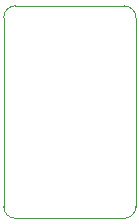
<source format=gbr>
%TF.GenerationSoftware,KiCad,Pcbnew,8.0.8-8.0.8-0~ubuntu24.04.1*%
%TF.CreationDate,2025-02-27T11:00:22-05:00*%
%TF.ProjectId,imu-board,696d752d-626f-4617-9264-2e6b69636164,rev?*%
%TF.SameCoordinates,Original*%
%TF.FileFunction,Profile,NP*%
%FSLAX46Y46*%
G04 Gerber Fmt 4.6, Leading zero omitted, Abs format (unit mm)*
G04 Created by KiCad (PCBNEW 8.0.8-8.0.8-0~ubuntu24.04.1) date 2025-02-27 11:00:22*
%MOMM*%
%LPD*%
G01*
G04 APERTURE LIST*
%TA.AperFunction,Profile*%
%ADD10C,0.050800*%
%TD*%
G04 APERTURE END LIST*
D10*
X51419000Y-75166000D02*
G75*
G02*
X50419000Y-74166000I0J1000000D01*
G01*
X61619000Y-74166000D02*
X61619000Y-58166000D01*
X50419000Y-58166000D02*
G75*
G02*
X51419000Y-57166000I1000000J0D01*
G01*
X61619000Y-74166000D02*
G75*
G02*
X60619000Y-75166000I-1000000J0D01*
G01*
X60619000Y-57166000D02*
X51419000Y-57166000D01*
X50419000Y-58166000D02*
X50419000Y-74166000D01*
X51419000Y-75166000D02*
X60619000Y-75166000D01*
X60619000Y-57166000D02*
G75*
G02*
X61619000Y-58166000I0J-1000000D01*
G01*
M02*

</source>
